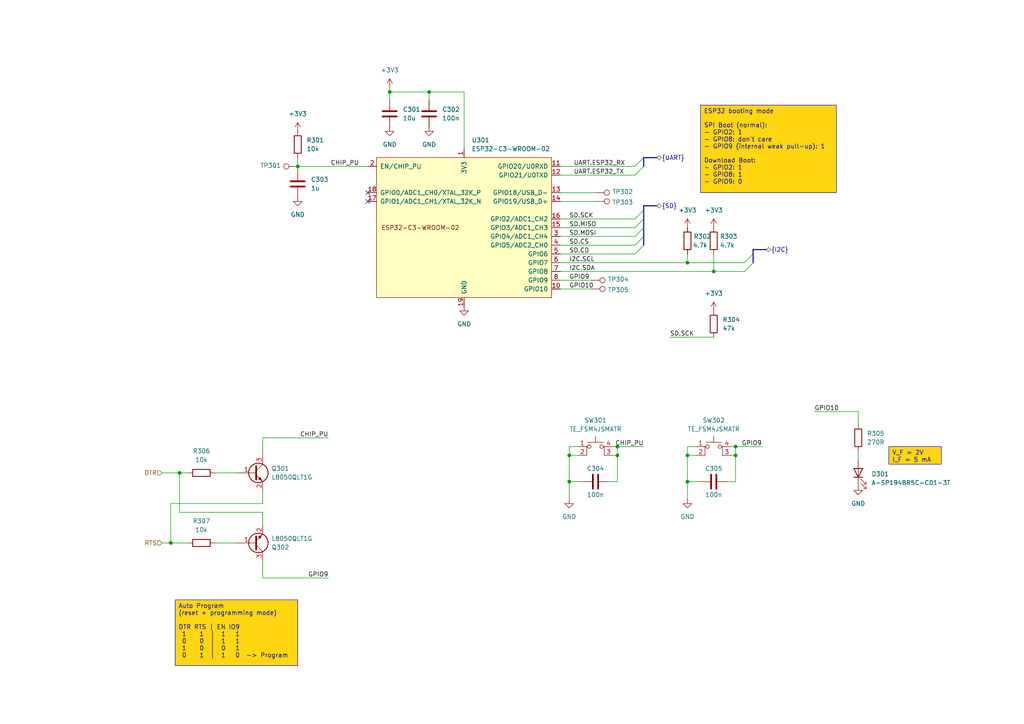
<source format=kicad_sch>
(kicad_sch (version 20231120) (generator "eeschema") (generator_version "8.0")
  (paper "A4")
  (title_block (title "${project_name} - MCU") (date "2024-07-07") (rev "v${pcb_version_major}.${pcb_version_minor}") (company "pull-up.dev"))
  (lib_symbols
    (symbol "Connector:TestPoint" (pin_numbers hide) (pin_names (offset 0.762) hide)
      (property "Reference" "TP" (at 0 6.858 0))
      (property "Value" "TestPoint" (at 0 5.08 0))
      (symbol "TestPoint_0_1"
        (circle (center 0 3.302) (radius 0.762))
      )
      (symbol "TestPoint_1_1"
        (pin passive line (at 0 0 90) (length 2.54) (name "1") (number "1"))
      )
    )
    (symbol "Device:C" (pin_numbers hide) (pin_names (offset 0.254))
      (property "Reference" "C" (at 0.635 2.54 0))
      (property "Value" "C" (at 0.635 -2.54 0))
      (symbol "C_0_1"
        (polyline (pts (xy -2.032 -0.762) (xy 2.032 -0.762)) (stroke (width 0.508)))
        (polyline (pts (xy -2.032 0.762) (xy 2.032 0.762)) (stroke (width 0.508)))
      )
      (symbol "C_1_1"
        (pin passive line (at 0 3.81 270) (length 2.794) (name "~") (number "1"))
        (pin passive line (at 0 -3.81 90) (length 2.794) (name "~") (number "2"))
      )
    )
    (symbol "Device:LED" (pin_numbers hide) (pin_names (offset 1.016) hide)
      (property "Reference" "D" (at 0 2.54 0))
      (property "Value" "LED" (at 0 -2.54 0))
      (symbol "LED_0_1"
        (polyline (pts (xy -1.27 -1.27) (xy -1.27 1.27)) (stroke (width 0.254)))
        (polyline (pts (xy -1.27 0) (xy 1.27 0)))
        (polyline (pts (xy 1.27 -1.27) (xy 1.27 1.27) (xy -1.27 0) (xy 1.27 -1.27)) (stroke (width 0.254)))
        (polyline (pts (xy -3.048 -0.762) (xy -4.572 -2.286) (xy -3.81 -2.286) (xy -4.572 -2.286) (xy -4.572 -1.524)))
        (polyline (pts (xy -1.778 -0.762) (xy -3.302 -2.286) (xy -2.54 -2.286) (xy -3.302 -2.286) (xy -3.302 -1.524)))
      )
      (symbol "LED_1_1"
        (pin passive line (at -3.81 0 0) (length 2.54) (name "K") (number "1"))
        (pin passive line (at 3.81 0 180) (length 2.54) (name "A") (number "2"))
      )
    )
    (symbol "Device:R" (pin_numbers hide) (pin_names (offset 0))
      (property "Reference" "R" (at 2.032 0 90))
      (property "Value" "R" (at 0 0 90))
      (symbol "R_0_1"
        (rectangle (start -1.016 -2.54) (end 1.016 2.54) (stroke (width 0.254)))
      )
      (symbol "R_1_1"
        (pin passive line (at 0 3.81 270) (length 1.27) (name "~") (number "1"))
        (pin passive line (at 0 -3.81 90) (length 1.27) (name "~") (number "2"))
      )
    )
    (symbol "PCM_Espressif:ESP32-C3-WROOM-02" (pin_names (offset 1.016))
      (property "Reference" "U" (at -25.4 25.4 0))
      (property "Value" "ESP32-C3-WROOM-02" (at -25.4 22.86 0))
      (symbol "ESP32-C3-WROOM-02_0_0"
        (text "ESP32-C3-WROOM-02" (at -12.7 0 0) (effects (font (size 1.27 1.27))))
      )
      (symbol "ESP32-C3-WROOM-02_0_1"
        (rectangle (start 25.4 20.32) (end -25.4 -20.32) (fill (type background)))
      )
      (symbol "ESP32-C3-WROOM-02_1_1"
        (pin power_in line (at 0 22.86 270) (length 2.54) (name "3V3") (number "1"))
        (pin bidirectional line (at 27.94 -17.78 180) (length 2.54) (name "GPIO10") (number "10"))
        (pin bidirectional line (at 27.94 17.78 180) (length 2.54) (name "GPIO20/U0RXD") (number "11"))
        (pin bidirectional line (at 27.94 15.24 180) (length 2.54) (name "GPIO21/U0TXD") (number "12"))
        (pin bidirectional line (at 27.94 10.16 180) (length 2.54) (name "GPIO18/USB_D-") (number "13"))
        (pin bidirectional line (at 27.94 7.62 180) (length 2.54) (name "GPIO19/USB_D+") (number "14"))
        (pin bidirectional line (at 27.94 0 180) (length 2.54) (name "GPIO3/ADC1_CH3") (number "15"))
        (pin bidirectional line (at 27.94 2.54 180) (length 2.54) (name "GPIO2/ADC1_CH2") (number "16"))
        (pin bidirectional line (at -27.94 7.62 0) (length 2.54) (name "GPIO1/ADC1_CH1/XTAL_32K_N") (number "17"))
        (pin bidirectional line (at -27.94 10.16 0) (length 2.54) (name "GPIO0/ADC1_CH0/XTAL_32K_P") (number "18"))
        (pin power_in line (at 0 -22.86 90) (length 2.54) (name "GND") (number "19"))
        (pin input line (at -27.94 17.78 0) (length 2.54) (name "EN/CHIP_PU") (number "2"))
        (pin bidirectional line (at 27.94 -2.54 180) (length 2.54) (name "GPIO4/ADC1_CH4") (number "3"))
        (pin bidirectional line (at 27.94 -5.08 180) (length 2.54) (name "GPIO5/ADC2_CH0") (number "4"))
        (pin bidirectional line (at 27.94 -7.62 180) (length 2.54) (name "GPIO6") (number "5"))
        (pin bidirectional line (at 27.94 -10.16 180) (length 2.54) (name "GPIO7") (number "6"))
        (pin bidirectional line (at 27.94 -12.7 180) (length 2.54) (name "GPIO8") (number "7"))
        (pin bidirectional line (at 27.94 -15.24 180) (length 2.54) (name "GPIO9") (number "8"))
        (pin passive line (at 0 -22.86 90) (length 2.54) hide (name "GND") (number "9"))
      )
    )
    (symbol "power:+3V3" (power) (pin_numbers hide) (pin_names (offset 0) hide)
      (property "Value" "+3V3" (at 0 3.556 0))
      (symbol "+3V3_0_1"
        (polyline (pts (xy -0.762 1.27) (xy 0 2.54)))
        (polyline (pts (xy 0 0) (xy 0 2.54)))
        (polyline (pts (xy 0 2.54) (xy 0.762 1.27)))
      )
      (symbol "+3V3_1_1"
        (pin power_in line (at 0 0 90) (length 0) (name "~") (number "1"))
      )
    )
    (symbol "power:GND" (power) (pin_numbers hide) (pin_names (offset 0) hide)
      (property "Value" "GND" (at 0 -3.81 0))
      (symbol "GND_0_1"
        (polyline (pts (xy 0 0) (xy 0 -1.27) (xy 1.27 -1.27) (xy 0 -2.54) (xy -1.27 -1.27) (xy 0 -1.27)))
      )
      (symbol "GND_1_1"
        (pin power_in line (at 0 0 270) (length 0) (name "~") (number "1"))
      )
    )
    (symbol "tuto-kicad-temp-logger:L8050QLT1G" (pin_names (offset 0) hide)
      (property "Reference" "Q" (at 5.08 1.27 0))
      (property "Value" "L8050QLT1G" (at 5.08 -1.27 0))
      (symbol "L8050QLT1G_0_1"
        (polyline (pts (xy 0.635 0.635) (xy 2.54 2.54)))
        (polyline (pts (xy 0.635 -0.635) (xy 2.54 -2.54) (xy 2.54 -2.54)))
        (polyline (pts (xy 0.635 1.905) (xy 0.635 -1.905) (xy 0.635 -1.905)) (stroke (width 0.508)))
        (polyline (pts (xy 1.27 -1.778) (xy 1.778 -1.27) (xy 2.286 -2.286) (xy 1.27 -1.778) (xy 1.27 -1.778)) (fill (type outline)))
        (circle (center 1.27 0) (radius 2.8194) (stroke (width 0.254)))
      )
      (symbol "L8050QLT1G_1_1"
        (pin input line (at -5.08 0 0) (length 5.715) (name "B") (number "1"))
        (pin passive line (at 2.54 -5.08 90) (length 2.54) (name "E") (number "2"))
        (pin passive line (at 2.54 5.08 270) (length 2.54) (name "C") (number "3"))
      )
    )
    (symbol "tuto-kicad-temp-logger:TE_FSM4JSMATR" (pin_names (offset 1.016) hide)
      (property "Reference" "SW" (at 0.635 5.715 0))
      (property "Value" "TE_FSM4JSMATR" (at 0 -3.175 0))
      (symbol "TE_FSM4JSMATR_0_1"
        (circle (center -1.778 2.54) (radius 0.508))
        (polyline (pts (xy -2.286 3.81) (xy 2.286 3.81)))
        (polyline (pts (xy 0 3.81) (xy 0 5.588)))
        (polyline (pts (xy -2.54 0) (xy -2.54 2.54) (xy -2.286 2.54)))
        (polyline (pts (xy 2.54 0) (xy 2.54 2.54) (xy 2.286 2.54)))
        (circle (center 1.778 2.54) (radius 0.508))
        (pin passive line (at -5.08 2.54 0) (length 2.54) (name "1") (number "1"))
        (pin passive line (at -5.08 0 0) (length 2.54) (name "2") (number "2"))
        (pin passive line (at 5.08 0 180) (length 2.54) (name "K") (number "3"))
        (pin passive line (at 5.08 2.54 180) (length 2.54) (name "A") (number "4"))
      )
    )
  )
  (bus_alias "I2C" (members "I2C.SCL" "I2C.SDA"))
  (bus_alias "SD" (members "SD.SCK" "SD.MISO" "SD.MOSI" "SD.CS" "SD.CD"))
  (junction (at 199.39 76.2))
  (junction (at 52.07 137.16))
  (junction (at 179.07 132.08))
  (junction (at 199.39 139.7))
  (junction (at 207.01 78.74))
  (junction (at 213.36 129.54))
  (junction (at 165.1 132.08))
  (junction (at 179.07 129.54))
  (junction (at 113.03 26.67))
  (junction (at 213.36 132.08))
  (junction (at 199.39 132.08))
  (junction (at 165.1 139.7))
  (junction (at 124.46 26.67))
  (junction (at 86.36 48.26))
  (junction (at 49.53 157.48))
  (no_connect (at 106.68 55.88))
  (no_connect (at 106.68 58.42))
  (bus_entry (at 218.44 76.2) (size -2.54 2.54))
  (bus_entry (at 186.69 66.04) (size -2.54 2.54))
  (bus_entry (at 186.69 48.26) (size -2.54 2.54))
  (bus_entry (at 186.69 68.58) (size -2.54 2.54))
  (bus_entry (at 186.69 71.12) (size -2.54 2.54))
  (bus_entry (at 218.44 73.66) (size -2.54 2.54))
  (bus_entry (at 186.69 60.96) (size -2.54 2.54))
  (bus_entry (at 186.69 63.5) (size -2.54 2.54))
  (bus_entry (at 186.69 45.72) (size -2.54 2.54))
  (wire (pts (xy 162.56 63.5) (xy 184.15 63.5)))
  (wire (pts (xy 176.53 139.7) (xy 179.07 139.7)))
  (wire (pts (xy 199.39 132.08) (xy 199.39 139.7)))
  (wire (pts (xy 165.1 139.7) (xy 168.91 139.7)))
  (wire (pts (xy 46.99 137.16) (xy 52.07 137.16)))
  (wire (pts (xy 52.07 137.16) (xy 52.07 148.59)))
  (wire (pts (xy 113.03 26.67) (xy 113.03 29.21)))
  (wire (pts (xy 210.82 139.7) (xy 213.36 139.7)))
  (wire (pts (xy 165.1 139.7) (xy 165.1 144.78)))
  (bus (pts (xy 186.69 63.5) (xy 186.69 60.96)))
  (wire (pts (xy 177.8 132.08) (xy 179.07 132.08)))
  (wire (pts (xy 162.56 68.58) (xy 184.15 68.58)))
  (bus (pts (xy 218.44 72.39) (xy 222.25 72.39)))
  (wire (pts (xy 248.92 123.19) (xy 248.92 119.38)))
  (wire (pts (xy 162.56 58.42) (xy 172.72 58.42)))
  (wire (pts (xy 76.2 167.64) (xy 95.25 167.64)))
  (wire (pts (xy 49.53 146.05) (xy 76.2 146.05)))
  (bus (pts (xy 186.69 45.72) (xy 190.5 45.72)))
  (bus (pts (xy 218.44 76.2) (xy 218.44 73.66)))
  (wire (pts (xy 194.31 97.79) (xy 207.01 97.79)))
  (wire (pts (xy 213.36 132.08) (xy 213.36 139.7)))
  (wire (pts (xy 165.1 129.54) (xy 165.1 132.08)))
  (wire (pts (xy 162.56 83.82) (xy 171.45 83.82)))
  (wire (pts (xy 134.62 26.67) (xy 134.62 43.18)))
  (wire (pts (xy 86.36 45.72) (xy 86.36 48.26)))
  (bus (pts (xy 186.69 48.26) (xy 186.69 45.72)))
  (wire (pts (xy 124.46 26.67) (xy 134.62 26.67)))
  (bus (pts (xy 186.69 66.04) (xy 186.69 63.5)))
  (bus (pts (xy 218.44 73.66) (xy 218.44 72.39)))
  (wire (pts (xy 199.39 76.2) (xy 215.9 76.2)))
  (wire (pts (xy 199.39 139.7) (xy 199.39 144.78)))
  (wire (pts (xy 248.92 130.81) (xy 248.92 133.35)))
  (wire (pts (xy 113.03 26.67) (xy 124.46 26.67)))
  (wire (pts (xy 179.07 132.08) (xy 179.07 139.7)))
  (wire (pts (xy 162.56 71.12) (xy 184.15 71.12)))
  (wire (pts (xy 177.8 129.54) (xy 179.07 129.54)))
  (wire (pts (xy 213.36 129.54) (xy 220.98 129.54)))
  (wire (pts (xy 52.07 137.16) (xy 54.61 137.16)))
  (wire (pts (xy 162.56 76.2) (xy 199.39 76.2)))
  (wire (pts (xy 201.93 129.54) (xy 199.39 129.54)))
  (wire (pts (xy 49.53 157.48) (xy 54.61 157.48)))
  (wire (pts (xy 167.64 129.54) (xy 165.1 129.54)))
  (wire (pts (xy 76.2 148.59) (xy 52.07 148.59)))
  (wire (pts (xy 165.1 132.08) (xy 165.1 139.7)))
  (wire (pts (xy 199.39 129.54) (xy 199.39 132.08)))
  (wire (pts (xy 76.2 132.08) (xy 76.2 127)))
  (wire (pts (xy 236.22 119.38) (xy 248.92 119.38)))
  (wire (pts (xy 212.09 129.54) (xy 213.36 129.54)))
  (wire (pts (xy 207.01 73.66) (xy 207.01 78.74)))
  (wire (pts (xy 162.56 73.66) (xy 184.15 73.66)))
  (wire (pts (xy 199.39 139.7) (xy 203.2 139.7)))
  (wire (pts (xy 62.23 137.16) (xy 68.58 137.16)))
  (bus (pts (xy 186.69 71.12) (xy 186.69 68.58)))
  (wire (pts (xy 165.1 132.08) (xy 167.64 132.08)))
  (bus (pts (xy 186.69 59.69) (xy 190.5 59.69)))
  (wire (pts (xy 207.01 78.74) (xy 215.9 78.74)))
  (bus (pts (xy 186.69 68.58) (xy 186.69 66.04)))
  (wire (pts (xy 199.39 132.08) (xy 201.93 132.08)))
  (wire (pts (xy 162.56 55.88) (xy 172.72 55.88)))
  (wire (pts (xy 106.68 48.26) (xy 86.36 48.26)))
  (wire (pts (xy 76.2 162.56) (xy 76.2 167.64)))
  (wire (pts (xy 124.46 26.67) (xy 124.46 29.21)))
  (wire (pts (xy 179.07 129.54) (xy 186.69 129.54)))
  (wire (pts (xy 86.36 48.26) (xy 86.36 49.53)))
  (wire (pts (xy 46.99 157.48) (xy 49.53 157.48)))
  (wire (pts (xy 212.09 132.08) (xy 213.36 132.08)))
  (wire (pts (xy 76.2 152.4) (xy 76.2 148.59)))
  (wire (pts (xy 162.56 48.26) (xy 184.15 48.26)))
  (wire (pts (xy 179.07 129.54) (xy 179.07 132.08)))
  (wire (pts (xy 76.2 146.05) (xy 76.2 142.24)))
  (wire (pts (xy 113.03 25.4) (xy 113.03 26.67)))
  (wire (pts (xy 76.2 127) (xy 95.25 127)))
  (wire (pts (xy 213.36 129.54) (xy 213.36 132.08)))
  (wire (pts (xy 199.39 73.66) (xy 199.39 76.2)))
  (wire (pts (xy 49.53 157.48) (xy 49.53 146.05)))
  (bus (pts (xy 186.69 60.96) (xy 186.69 59.69)))
  (wire (pts (xy 162.56 78.74) (xy 207.01 78.74)))
  (wire (pts (xy 162.56 50.8) (xy 184.15 50.8)))
  (wire (pts (xy 162.56 66.04) (xy 184.15 66.04)))
  (wire (pts (xy 62.23 157.48) (xy 68.58 157.48)))
  (wire (pts (xy 162.56 81.28) (xy 171.45 81.28)))
  (text_box "V_F = 2V\nI_F = 5 mA" (at 257.81 129.54 0) (size 15.24 5.08) (fill (type color) (color 255 214 15 1)) (effects (font (size 1.27 1.27)) (justify left top)))
  (text_box "ESP32 booting mode\n\nSPI Boot (normal):\n- GPIO2: 1\n- GPIO8: don't care\n- GPIO9 (internal weak pull-up): 1\n\nDownload Boot: \n- GPIO2: 1\n- GPIO8: 1\n- GPIO9: 0" (at 203.2 30.48 0) (size 39.37 25.4) (fill (type color) (color 255 214 15 1)) (effects (font (size 1.27 1.27)) (justify left top)))
  (text_box "Auto Program\n(reset + programming mode)\n\nDTR RTS | EN IO9\n 1    1  |  1   1\n 0    0  |  1   1\n 1    0  |  0   1\n 0    1  |  1   0  -> Program" (at 50.8 173.99 0) (size 35.56 19.05) (fill (type color) (color 255 214 15 1)) (effects (font (size 1.27 1.27)) (justify left top)))
  (label "GPIO9" (at 95.25 167.64 180))
  (label "CHIP_PU" (at 104.14 48.26 180))
  (label "GPIO9" (at 165.1 81.28 0))
  (label "SD.MISO" (at 165.1 66.04 0))
  (label "CHIP_PU" (at 95.25 127 180))
  (label "I2C.SDA" (at 165.1 78.74 0))
  (label "SD.SCK" (at 194.31 97.79 0))
  (label "SD.CD" (at 165.1 73.66 0))
  (label "CHIP_PU" (at 186.69 129.54 180))
  (label "GPIO9" (at 220.98 129.54 180))
  (label "I2C.SCL" (at 165.1 76.2 0))
  (label "SD.CS" (at 165.1 71.12 0))
  (label "GPIO10" (at 165.1 83.82 0))
  (label "SD.MOSI" (at 165.1 68.58 0))
  (label "UART.ESP32_TX" (at 166.37 50.8 0))
  (label "GPIO10" (at 236.22 119.38 0))
  (label "SD.SCK" (at 165.1 63.5 0))
  (label "UART.ESP32_RX" (at 166.37 48.26 0))
  (hierarchical_label "{UART}" (shape bidirectional) (at 190.5 45.72 0))
  (hierarchical_label "RTS" (shape input) (at 46.99 157.48 180))
  (hierarchical_label "{SD}" (shape bidirectional) (at 190.5 59.69 0))
  (hierarchical_label "DTR" (shape input) (at 46.99 137.16 180))
  (hierarchical_label "{I2C}" (shape bidirectional) (at 222.25 72.39 0))
  (symbol (lib_id "Device:C") (at 124.46 33.02 0) (unit 1)
    (property "Reference" "C302" (at 128.27 31.7499 0) (effects (justify left)))
    (property "Value" "100n" (at 128.27 34.2899 0) (effects (justify left)))
    (property "Description" "Unpolarized capacitor" (effects (hide yes)))
  )
  (symbol (lib_id "PCM_Espressif:ESP32-C3-WROOM-02") (at 134.62 66.04 0) (unit 1)
    (property "Reference" "U301" (at 136.8141 40.64 0) (effects (justify left)))
    (property "Value" "ESP32-C3-WROOM-02" (at 136.8141 43.18 0) (effects (justify left)))
    (property "Footprint" "PCM_Espressif:ESP32-C3-WROOM-02" (effects (hide yes)))
    (property "Datasheet" "https://www.espressif.com/sites/default/files/documentation/esp32-c3-wroom-02_datasheet_en.pdf" (effects (hide yes)))
    (property "Description" "ESP32-C3-WROOM-02 is a general-purpose Wi-Fi and Bluetooth LE module. This module features a rich set of peripherals and high performance, which makes it an ideal choice for smart home, industrial automation, health care, consumer electronics, etc." (effects (hide yes)))
  )
  (symbol (lib_id "power:+3V3") (at 199.39 66.04 0) (unit 1)
    (property "Reference" "#PWR0307" (effects (hide yes)))
    (property "Value" "+3V3" (at 199.39 60.96 0))
    (property "Description" "Power symbol creates a global label with name \"+3V3\"" (effects (hide yes)))
  )
  (symbol (lib_id "Connector:TestPoint") (at 172.72 55.88 270) (unit 1)
    (property "Reference" "TP302" (at 177.546 55.626 90) (effects (justify left)))
    (property "Value" "TestPoint" (effects (hide yes)))
    (property "Description" "test point" (effects (hide yes)))
  )
  (symbol (lib_id "power:+3V3") (at 113.03 25.4 0) (unit 1)
    (property "Reference" "#PWR0303" (effects (hide yes)))
    (property "Value" "+3V3" (at 113.03 20.32 0))
    (property "Description" "Power symbol creates a global label with name \"+3V3\"" (effects (hide yes)))
  )
  (symbol (lib_id "power:GND") (at 86.36 57.15 0) (unit 1)
    (property "Reference" "#PWR0302" (effects (hide yes)))
    (property "Value" "GND" (at 86.36 62.23 0))
    (property "Description" "Power symbol creates a global label with name \"GND\" , ground" (effects (hide yes)))
  )
  (symbol (lib_id "Connector:TestPoint") (at 172.72 58.42 270) (unit 1)
    (property "Reference" "TP303" (at 177.546 58.674 90) (effects (justify left)))
    (property "Value" "TestPoint" (effects (hide yes)))
    (property "Description" "test point" (effects (hide yes)))
  )
  (symbol (lib_id "power:GND") (at 165.1 144.78 0) (unit 1)
    (property "Reference" "#PWR0310" (effects (hide yes)))
    (property "Value" "GND" (at 165.1 149.86 0))
    (property "Description" "Power symbol creates a global label with name \"GND\" , ground" (effects (hide yes)))
  )
  (symbol (lib_id "Device:R") (at 207.01 69.85 0) (unit 1)
    (property "Reference" "R303" (at 208.788 68.58 0) (effects (justify left)))
    (property "Value" "4.7k" (at 208.788 71.12 0) (effects (justify left)))
    (property "Description" "Resistor" (effects (hide yes)))
  )
  (symbol (lib_id "Device:C") (at 113.03 33.02 0) (unit 1)
    (property "Reference" "C301" (at 116.84 31.7499 0) (effects (justify left)))
    (property "Value" "10u" (at 116.84 34.2899 0) (effects (justify left)))
    (property "Description" "Unpolarized capacitor" (effects (hide yes)))
  )
  (symbol (lib_id "power:GND") (at 199.39 144.78 0) (unit 1)
    (property "Reference" "#PWR0311" (effects (hide yes)))
    (property "Value" "GND" (at 199.39 149.86 0))
    (property "Description" "Power symbol creates a global label with name \"GND\" , ground" (effects (hide yes)))
  )
  (symbol (lib_id "Device:C") (at 207.01 139.7 90) (unit 1)
    (property "Reference" "C305" (at 207.01 135.89 90))
    (property "Value" "100n" (at 207.01 143.51 90))
    (property "Description" "Unpolarized capacitor" (effects (hide yes)))
  )
  (symbol (lib_id "Device:R") (at 58.42 157.48 90) (unit 1)
    (property "Reference" "R307" (at 58.42 151.13 90))
    (property "Value" "10k" (at 58.42 153.67 90))
    (property "Description" "Resistor" (effects (hide yes)))
  )
  (symbol (lib_id "Device:C") (at 86.36 53.34 0) (unit 1)
    (property "Reference" "C303" (at 90.17 52.0699 0) (effects (justify left)))
    (property "Value" "1u" (at 90.17 54.6099 0) (effects (justify left)))
    (property "Description" "Unpolarized capacitor" (effects (hide yes)))
  )
  (symbol (lib_id "tuto-kicad-temp-logger:L8050QLT1G") (at 73.66 157.48 0) (mirror x) (unit 1)
    (property "Reference" "Q302" (at 78.74 158.7501 0) (effects (justify left)))
    (property "Value" "L8050QLT1G" (at 78.74 156.2101 0) (effects (justify left)))
    (property "Footprint" "Package_TO_SOT_SMD:SOT-23" (effects (hide yes)))
    (property "Description" "NPN transistor, base/emitter/collector" (effects (hide yes)))
  )
  (symbol (lib_id "power:GND") (at 248.92 140.97 0) (unit 1)
    (property "Reference" "#PWR0312" (effects (hide yes)))
    (property "Value" "GND" (at 248.92 146.05 0))
    (property "Description" "Power symbol creates a global label with name \"GND\" , ground" (effects (hide yes)))
  )
  (symbol (lib_id "Device:R") (at 248.92 127 0) (unit 1)
    (property "Reference" "R305" (at 251.46 125.7299 0) (effects (justify left)))
    (property "Value" "270R" (at 251.46 128.2699 0) (effects (justify left)))
    (property "Description" "Resistor" (effects (hide yes)))
  )
  (symbol (lib_id "power:GND") (at 113.03 36.83 0) (unit 1)
    (property "Reference" "#PWR0304" (effects (hide yes)))
    (property "Value" "GND" (at 113.03 41.91 0))
    (property "Description" "Power symbol creates a global label with name \"GND\" , ground" (effects (hide yes)))
  )
  (symbol (lib_id "Connector:TestPoint") (at 171.45 83.82 270) (unit 1)
    (property "Reference" "TP305" (at 176.276 84.074 90) (effects (justify left)))
    (property "Value" "TestPoint" (effects (hide yes)))
    (property "Description" "test point" (effects (hide yes)))
  )
  (symbol (lib_id "power:+3V3") (at 207.01 66.04 0) (unit 1)
    (property "Reference" "#PWR0308" (effects (hide yes)))
    (property "Value" "+3V3" (at 207.01 60.96 0))
    (property "Description" "Power symbol creates a global label with name \"+3V3\"" (effects (hide yes)))
  )
  (symbol (lib_id "tuto-kicad-temp-logger:TE_FSM4JSMATR") (at 207.01 132.08 0) (unit 1)
    (property "Reference" "SW302" (at 207.01 121.92 0))
    (property "Value" "TE_FSM4JSMATR" (at 207.01 124.46 0))
    (property "Footprint" "tuto-kicad-temp-logger:TE_FSM4JSMATR" (effects (hide yes)))
    (property "Datasheet" "https://wmsc.lcsc.com/wmsc/upload/file/pdf/v2/lcsc/2304140030_TE-Connectivity-4-1437565-2_C86487.pdf" (effects (hide yes)))
    (property "Description" "single pole normally-open tactile switch" (effects (hide yes)))
  )
  (symbol (lib_id "Device:R") (at 207.01 93.98 0) (unit 1)
    (property "Reference" "R304" (at 209.55 92.7099 0) (effects (justify left)))
    (property "Value" "47k" (at 209.55 95.2499 0) (effects (justify left)))
    (property "Description" "Resistor" (effects (hide yes)))
  )
  (symbol (lib_id "power:GND") (at 134.62 88.9 0) (unit 1)
    (property "Reference" "#PWR0306" (effects (hide yes)))
    (property "Value" "GND" (at 134.62 93.98 0))
    (property "Description" "Power symbol creates a global label with name \"GND\" , ground" (effects (hide yes)))
  )
  (symbol (lib_id "power:+3V3") (at 86.36 38.1 0) (unit 1)
    (property "Reference" "#PWR0301" (effects (hide yes)))
    (property "Value" "+3V3" (at 86.36 33.02 0))
    (property "Description" "Power symbol creates a global label with name \"+3V3\"" (effects (hide yes)))
  )
  (symbol (lib_id "tuto-kicad-temp-logger:L8050QLT1G") (at 73.66 137.16 0) (unit 1)
    (property "Reference" "Q301" (at 78.74 135.8899 0) (effects (justify left)))
    (property "Value" "L8050QLT1G" (at 78.74 138.4299 0) (effects (justify left)))
    (property "Footprint" "Package_TO_SOT_SMD:SOT-23" (effects (hide yes)))
    (property "Description" "NPN transistor, base/emitter/collector" (effects (hide yes)))
  )
  (symbol (lib_id "Device:R") (at 199.39 69.85 0) (unit 1)
    (property "Reference" "R302" (at 201.168 68.58 0) (effects (justify left)))
    (property "Value" "4.7k" (at 200.914 71.12 0) (effects (justify left)))
    (property "Description" "Resistor" (effects (hide yes)))
  )
  (symbol (lib_id "power:GND") (at 124.46 36.83 0) (unit 1)
    (property "Reference" "#PWR0305" (effects (hide yes)))
    (property "Value" "GND" (at 124.46 41.91 0))
    (property "Description" "Power symbol creates a global label with name \"GND\" , ground" (effects (hide yes)))
  )
  (symbol (lib_id "Device:R") (at 58.42 137.16 90) (unit 1)
    (property "Reference" "R306" (at 58.42 130.81 90))
    (property "Value" "10k" (at 58.42 133.35 90))
    (property "Description" "Resistor" (effects (hide yes)))
  )
  (symbol (lib_id "Connector:TestPoint") (at 171.45 81.28 270) (unit 1)
    (property "Reference" "TP304" (at 176.276 81.026 90) (effects (justify left)))
    (property "Value" "TestPoint" (effects (hide yes)))
    (property "Description" "test point" (effects (hide yes)))
  )
  (symbol (lib_id "Device:C") (at 172.72 139.7 90) (unit 1)
    (property "Reference" "C304" (at 172.72 135.89 90))
    (property "Value" "100n" (at 172.72 143.51 90))
    (property "Description" "Unpolarized capacitor" (effects (hide yes)))
  )
  (symbol (lib_id "Device:LED") (at 248.92 137.16 90) (unit 1)
    (property "Reference" "D301" (at 252.73 137.4774 90) (effects (justify right)))
    (property "Value" "A-SP194BR5C-C01-3T" (at 252.73 140.0174 90) (effects (justify right)))
    (property "Footprint" "LED_SMD:LED_0603_1608Metric" (effects (hide yes)))
    (property "Description" "Light emitting diode" (effects (hide yes)))
  )
  (symbol (lib_id "Device:R") (at 86.36 41.91 0) (unit 1)
    (property "Reference" "R301" (at 88.9 40.6399 0) (effects (justify left)))
    (property "Value" "10k" (at 88.9 43.1799 0) (effects (justify left)))
    (property "Description" "Resistor" (effects (hide yes)))
  )
  (symbol (lib_id "power:+3V3") (at 207.01 90.17 0) (unit 1)
    (property "Reference" "#PWR0309" (effects (hide yes)))
    (property "Value" "+3V3" (at 207.01 85.09 0))
    (property "Description" "Power symbol creates a global label with name \"+3V3\"" (effects (hide yes)))
  )
  (symbol (lib_id "Connector:TestPoint") (at 86.36 48.26 90) (mirror x) (unit 1)
    (property "Reference" "TP301" (at 81.534 48.006 90) (effects (justify left)))
    (property "Value" "TestPoint" (effects (hide yes)))
    (property "Description" "test point" (effects (hide yes)))
  )
  (symbol (lib_id "tuto-kicad-temp-logger:TE_FSM4JSMATR") (at 172.72 132.08 0) (unit 1)
    (property "Reference" "SW301" (at 172.72 121.92 0))
    (property "Value" "TE_FSM4JSMATR" (at 172.72 124.46 0))
    (property "Footprint" "tuto-kicad-temp-logger:TE_FSM4JSMATR" (effects (hide yes)))
    (property "Datasheet" "https://wmsc.lcsc.com/wmsc/upload/file/pdf/v2/lcsc/2304140030_TE-Connectivity-4-1437565-2_C86487.pdf" (effects (hide yes)))
    (property "Description" "single pole normally-open tactile switch" (effects (hide yes)))
  )
)
</source>
